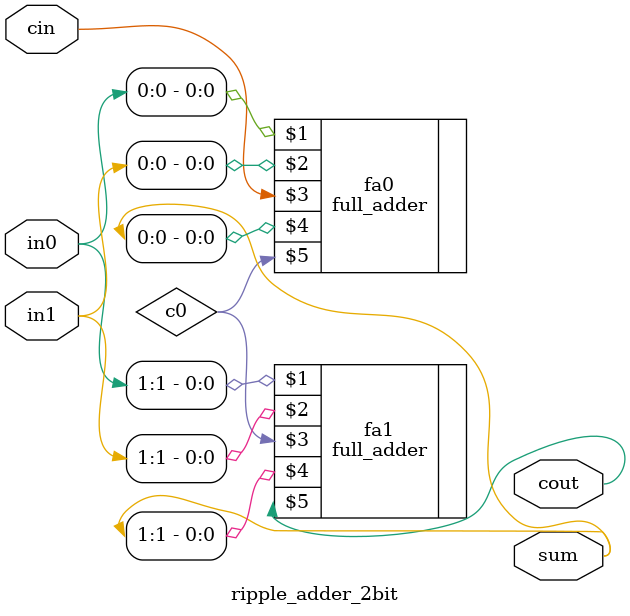
<source format=v>
module ripple_adder_2bit(in0, in1, cin, sum, cout);

	input [1:0] in0,in1;
	input cin;
	output [1:0] sum;
	output cout;
 
	wire c0;
 
	full_adder fa0(in0[0], in1[0], cin, sum[0], c0);
  
	full_adder fa1(in0[1], in1[1], c0, sum[1], cout);

endmodule

</source>
